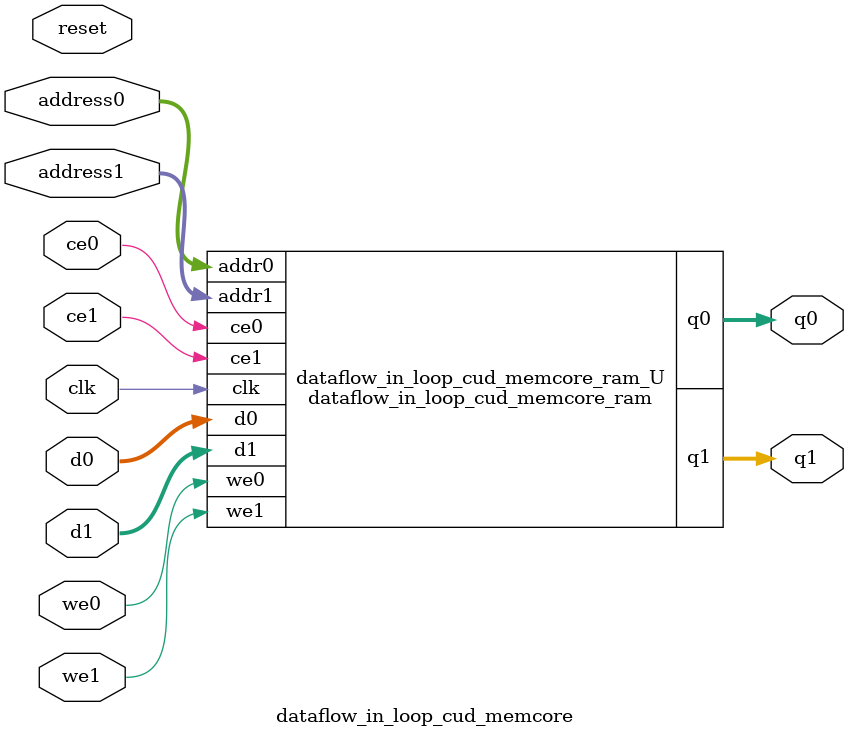
<source format=v>

`timescale 1 ns / 1 ps
module dataflow_in_loop_cud_memcore_ram (addr0, ce0, d0, we0, q0, addr1, ce1, d1, we1, q1,  clk);

parameter DWIDTH = 64;
parameter AWIDTH = 10;
parameter MEM_SIZE = 1024;

input[AWIDTH-1:0] addr0;
input ce0;
input[DWIDTH-1:0] d0;
input we0;
output reg[DWIDTH-1:0] q0;
input[AWIDTH-1:0] addr1;
input ce1;
input[DWIDTH-1:0] d1;
input we1;
output reg[DWIDTH-1:0] q1;
input clk;

(* ram_style = "block" *)reg [DWIDTH-1:0] ram[0:MEM_SIZE-1];




always @(posedge clk)  
begin 
    if (ce0) 
    begin
        if (we0) 
        begin 
            ram[addr0] <= d0; 
            q0 <= d0;
        end 
        else 
            q0 <= ram[addr0];
    end
end


always @(posedge clk)  
begin 
    if (ce1) 
    begin
        if (we1) 
        begin 
            ram[addr1] <= d1; 
            q1 <= d1;
        end 
        else 
            q1 <= ram[addr1];
    end
end


endmodule


`timescale 1 ns / 1 ps
module dataflow_in_loop_cud_memcore(
    reset,
    clk,
    address0,
    ce0,
    we0,
    d0,
    q0,
    address1,
    ce1,
    we1,
    d1,
    q1);

parameter DataWidth = 32'd64;
parameter AddressRange = 32'd1024;
parameter AddressWidth = 32'd10;
input reset;
input clk;
input[AddressWidth - 1:0] address0;
input ce0;
input we0;
input[DataWidth - 1:0] d0;
output[DataWidth - 1:0] q0;
input[AddressWidth - 1:0] address1;
input ce1;
input we1;
input[DataWidth - 1:0] d1;
output[DataWidth - 1:0] q1;



dataflow_in_loop_cud_memcore_ram dataflow_in_loop_cud_memcore_ram_U(
    .clk( clk ),
    .addr0( address0 ),
    .ce0( ce0 ),
    .d0( d0 ),
    .we0( we0 ),
    .q0( q0 ),
    .addr1( address1 ),
    .ce1( ce1 ),
    .d1( d1 ),
    .we1( we1 ),
    .q1( q1 ));

endmodule


</source>
